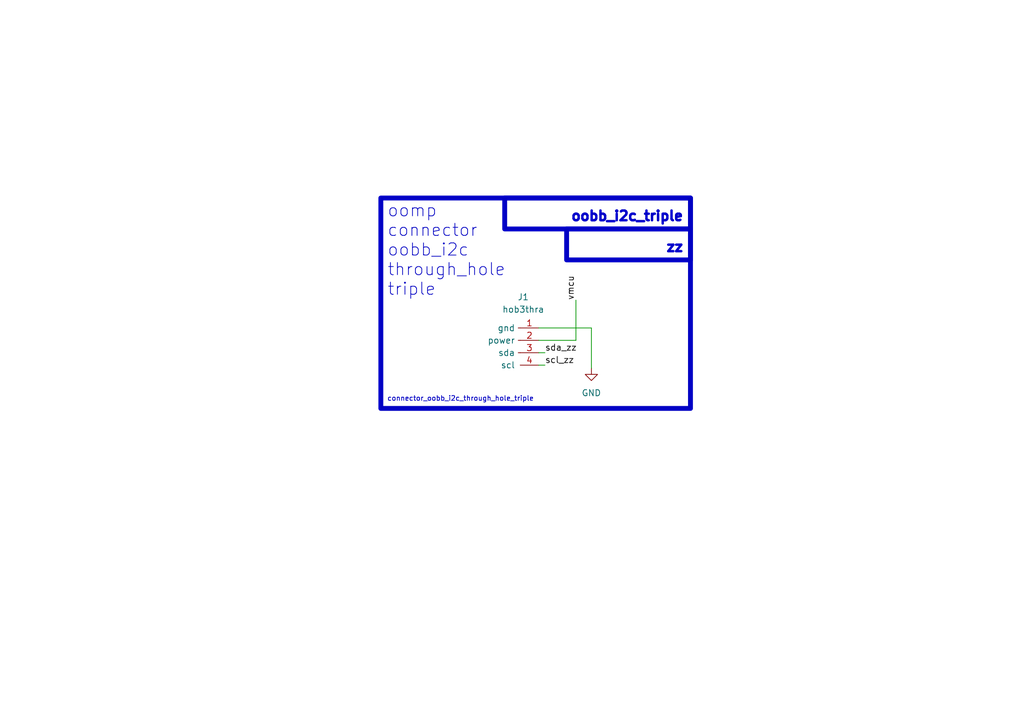
<source format=kicad_sch>
(kicad_sch (version 20230121) (generator eeschema)
  (paper "A5")
  (lib_symbols
    (symbol "oomlout_oomp_part_symbols:hob3thra_electronic_header_oobb_i2c_triple_through_hole_right_angle" (pin_names (offset 1.016))
      (property "Reference" "J" (at 0 5.08 0))
      (property "Value" "hob3thra_electronic_header_oobb_i2c_triple_through_hole_right_angle" (at 0 -7.62 0))
      (symbol "hob3thra_electronic_header_oobb_i2c_triple_through_hole_right_angle_0_0"
        (text "" (at 2.54 -2.54 0) (effects (font (size 1.27 1.27))))
      )
      (symbol "hob3thra_electronic_header_oobb_i2c_triple_through_hole_right_angle_1_1"
        (polyline (pts (xy 1.27 -2.54) (xy 0.8636 -2.54)) (stroke (width 0.1524)))
        (polyline (pts (xy 1.27 0) (xy 0.8636 0)) (stroke (width 0.1524)))
        (polyline (pts (xy 1.27 2.54) (xy 0.8636 2.54)) (stroke (width 0.1524)))
        (pin passive line (at 5.08 2.54 180) (length 3.81) (name "gnd") (number "1"))
        (pin passive line (at 5.08 0 180) (length 3.81) (name "power") (number "2"))
        (pin passive line (at 5.08 -2.54 180) (length 3.81) (name "sda") (number "3"))
        (pin passive line (at 5.08 -5.08 180) (length 3.81) (name "scl") (number "4"))
      )
    )
    (symbol "power:GND" (power) (pin_names (offset 0))
      (property "Value" "GND" (at 0 -3.81 0))
      (symbol "GND_0_1"
        (polyline (pts (xy 0 0) (xy 0 -1.27) (xy 1.27 -1.27) (xy 0 -2.54) (xy -1.27 -1.27) (xy 0 -1.27)))
      )
      (symbol "GND_1_1"
        (pin power_in line (at 0 0 270) (length 0) hide (name "GND") (number "1"))
      )
    )
  )
  (wire (pts (xy 110.49 74.93) (xy 111.76 74.93)))
  (wire (pts (xy 118.11 69.85) (xy 118.11 61.595)))
  (wire (pts (xy 121.285 75.565) (xy 121.285 67.31)))
  (wire (pts (xy 110.49 72.39) (xy 111.76 72.39)))
  (wire (pts (xy 110.49 69.85) (xy 118.11 69.85)))
  (wire (pts (xy 121.285 67.31) (xy 110.49 67.31)))
  (rectangle (start 116.205 46.99) (end 141.605 53.34) (stroke (width 1)))
  (rectangle (start 78.105 40.64) (end 141.605 83.82) (stroke (width 1)))
  (rectangle (start 103.505 40.64) (end 141.605 46.99) (stroke (width 1)))
  (text "zz" (at 140.335 52.07 0) (effects (font (size 2 2) (thickness 0.8) bold) (justify right bottom)))
  (text "oobb_i2c_triple" (at 140.335 45.72 0) (effects (font (size 2 2) (thickness 0.8) bold) (justify right bottom)))
  (text "connector_oobb_i2c_through_hole_triple" (at 79.375 82.55 0) (effects (font (size 1 1)) (justify left bottom)))
  (text "oomp\nconnector\noobb_i2c\nthrough_hole\ntriple" (at 79.375 60.96 0) (effects (font (size 2.5 2.5)) (justify left bottom)))
  (label "scl_zz" (at 111.76 74.93 0))
  (label "vmcu" (at 118.11 61.595 90))
  (label "sda_zz" (at 111.76 72.39 0))
  (symbol (lib_id "power:GND") (at 121.285 75.565 0) (unit 1)
    (property "Reference" "#PWR01" (effects hide))
    (property "Value" "GND" (at 121.285 80.645 0))
  )
  (symbol (lib_id "oomlout_oomp_part_symbols:hob3thra_electronic_header_oobb_i2c_triple_through_hole_right_angle") (at 105.41 69.85 0) (unit 1)
    (property "Reference" "J1" (at 107.315 60.96 0))
    (property "Value" "hob3thra" (at 107.315 63.5 0))
    (property "Footprint" "oomlout_oomp_part_footprints:hob3thra_electronic_header_oobb_i2c_triple_through_hole_right_angle" (effects hide))
    (property "Datasheet" "https://github.com/oomlout/oomlout_oomp_v3/parts/electronic_header_oobb_i2c_triple_through_hole_right_angle/datasheet.pdf" (effects hide))
  )
)
</source>
